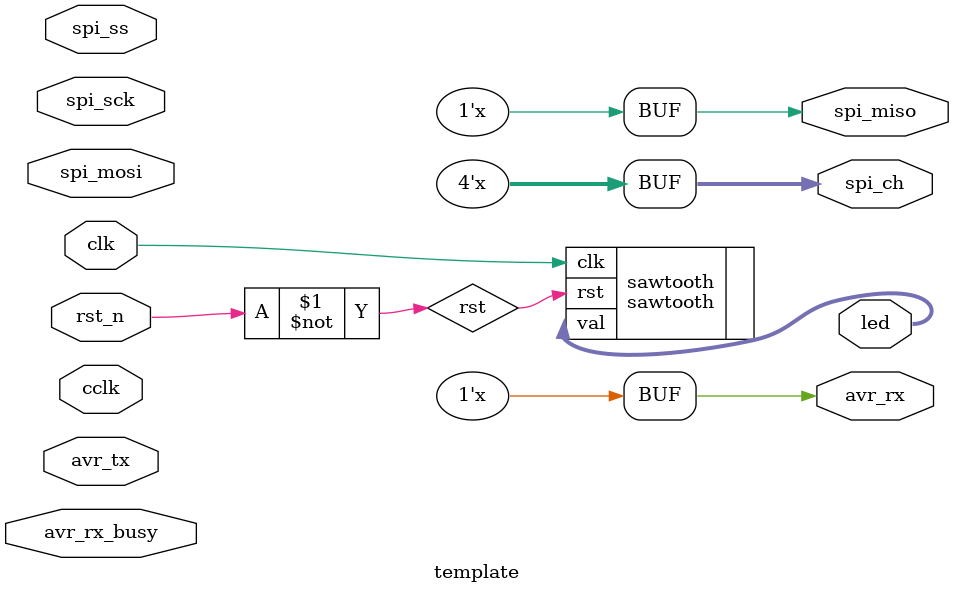
<source format=v>


module template
  (

  // Clocks and hardware
  input clk,
  input rst_n,
  input cclk,
  output [7:0] led,

  // AVR SPI connections
  input spi_sck,
  input spi_ss,
  input spi_mosi,
  output spi_miso,
  output [3:0] spi_ch,

  // Serial connections
  input avr_tx,
  output avr_rx,
  input avr_rx_busy

  );

  // Swicth reset button
  wire rst = ~rst_n;

  // These signals should be disconnected when not used
  assign spi_miso = 1'bz;
  assign avr_rx = 1'bz;
  assign spi_ch = 4'bzzzz;

  // Connect sawtooth module
  sawtooth
    #(
    .LEN(29)
    ) sawtooth (
    .clk(clk),
    .rst(rst),
    .val(led)
    );

endmodule




</source>
